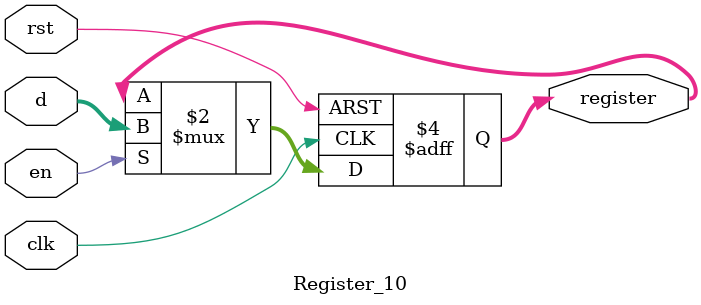
<source format=v>
`timescale 1ns / 1ps


module Register_10(
    input [9:0] d,
    input clk,
    input rst,
    input en,
    output reg [9:0] register
    );
    
  always @(posedge clk or posedge rst) begin
      if (rst) register <= 0;
      else if (en) register <= d;
  end 
  
endmodule

</source>
